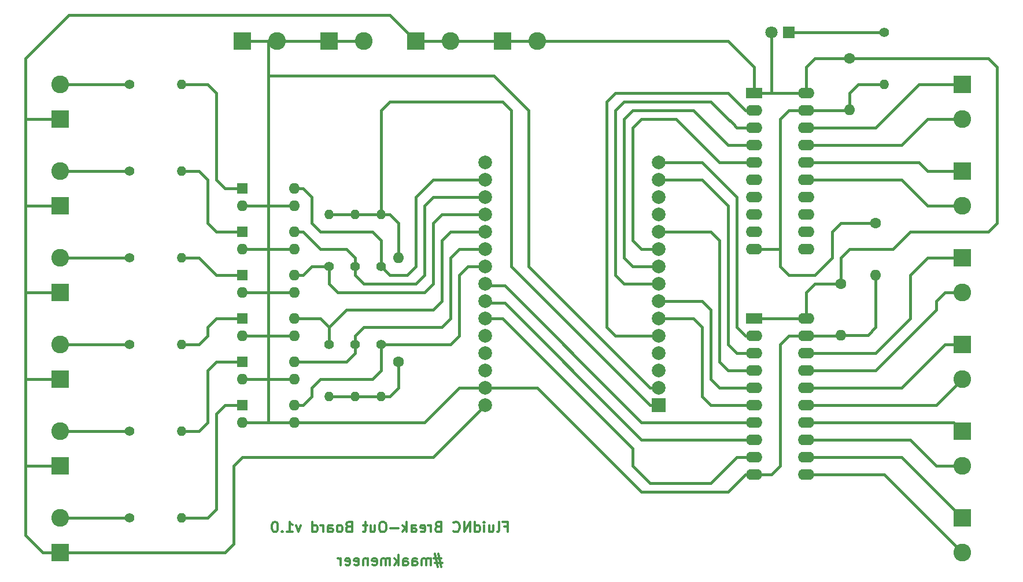
<source format=gbl>
G04 #@! TF.GenerationSoftware,KiCad,Pcbnew,7.0.1-3b83917a11~171~ubuntu20.04.1*
G04 #@! TF.CreationDate,2023-03-12T14:30:51+01:00*
G04 #@! TF.ProjectId,fluidnc-bob,666c7569-646e-4632-9d62-6f622e6b6963,rev?*
G04 #@! TF.SameCoordinates,Original*
G04 #@! TF.FileFunction,Copper,L2,Bot*
G04 #@! TF.FilePolarity,Positive*
%FSLAX46Y46*%
G04 Gerber Fmt 4.6, Leading zero omitted, Abs format (unit mm)*
G04 Created by KiCad (PCBNEW 7.0.1-3b83917a11~171~ubuntu20.04.1) date 2023-03-12 14:30:51*
%MOMM*%
%LPD*%
G01*
G04 APERTURE LIST*
%ADD10C,0.300000*%
G04 #@! TA.AperFunction,NonConductor*
%ADD11C,0.300000*%
G04 #@! TD*
G04 #@! TA.AperFunction,ComponentPad*
%ADD12O,1.600000X1.600000*%
G04 #@! TD*
G04 #@! TA.AperFunction,ComponentPad*
%ADD13C,1.600000*%
G04 #@! TD*
G04 #@! TA.AperFunction,ComponentPad*
%ADD14C,2.000000*%
G04 #@! TD*
G04 #@! TA.AperFunction,ComponentPad*
%ADD15R,2.000000X2.000000*%
G04 #@! TD*
G04 #@! TA.AperFunction,ComponentPad*
%ADD16C,2.600000*%
G04 #@! TD*
G04 #@! TA.AperFunction,ComponentPad*
%ADD17R,2.600000X2.600000*%
G04 #@! TD*
G04 #@! TA.AperFunction,ComponentPad*
%ADD18O,1.400000X1.400000*%
G04 #@! TD*
G04 #@! TA.AperFunction,ComponentPad*
%ADD19C,1.400000*%
G04 #@! TD*
G04 #@! TA.AperFunction,ComponentPad*
%ADD20R,2.400000X1.600000*%
G04 #@! TD*
G04 #@! TA.AperFunction,ComponentPad*
%ADD21O,2.400000X1.600000*%
G04 #@! TD*
G04 #@! TA.AperFunction,ComponentPad*
%ADD22C,1.800000*%
G04 #@! TD*
G04 #@! TA.AperFunction,ComponentPad*
%ADD23R,1.800000X1.800000*%
G04 #@! TD*
G04 #@! TA.AperFunction,ComponentPad*
%ADD24R,1.600000X1.600000*%
G04 #@! TD*
G04 #@! TA.AperFunction,Conductor*
%ADD25C,0.400000*%
G04 #@! TD*
G04 APERTURE END LIST*
D10*
D11*
X138634285Y-113048214D02*
X139134285Y-113048214D01*
X139134285Y-113833928D02*
X139134285Y-112333928D01*
X139134285Y-112333928D02*
X138419999Y-112333928D01*
X137634285Y-113833928D02*
X137777142Y-113762500D01*
X137777142Y-113762500D02*
X137848571Y-113619642D01*
X137848571Y-113619642D02*
X137848571Y-112333928D01*
X136420000Y-112833928D02*
X136420000Y-113833928D01*
X137062857Y-112833928D02*
X137062857Y-113619642D01*
X137062857Y-113619642D02*
X136991428Y-113762500D01*
X136991428Y-113762500D02*
X136848571Y-113833928D01*
X136848571Y-113833928D02*
X136634285Y-113833928D01*
X136634285Y-113833928D02*
X136491428Y-113762500D01*
X136491428Y-113762500D02*
X136420000Y-113691071D01*
X135705714Y-113833928D02*
X135705714Y-112833928D01*
X135705714Y-112333928D02*
X135777142Y-112405357D01*
X135777142Y-112405357D02*
X135705714Y-112476785D01*
X135705714Y-112476785D02*
X135634285Y-112405357D01*
X135634285Y-112405357D02*
X135705714Y-112333928D01*
X135705714Y-112333928D02*
X135705714Y-112476785D01*
X134348571Y-113833928D02*
X134348571Y-112333928D01*
X134348571Y-113762500D02*
X134491428Y-113833928D01*
X134491428Y-113833928D02*
X134777142Y-113833928D01*
X134777142Y-113833928D02*
X134919999Y-113762500D01*
X134919999Y-113762500D02*
X134991428Y-113691071D01*
X134991428Y-113691071D02*
X135062856Y-113548214D01*
X135062856Y-113548214D02*
X135062856Y-113119642D01*
X135062856Y-113119642D02*
X134991428Y-112976785D01*
X134991428Y-112976785D02*
X134919999Y-112905357D01*
X134919999Y-112905357D02*
X134777142Y-112833928D01*
X134777142Y-112833928D02*
X134491428Y-112833928D01*
X134491428Y-112833928D02*
X134348571Y-112905357D01*
X133634285Y-113833928D02*
X133634285Y-112333928D01*
X133634285Y-112333928D02*
X132777142Y-113833928D01*
X132777142Y-113833928D02*
X132777142Y-112333928D01*
X131205713Y-113691071D02*
X131277141Y-113762500D01*
X131277141Y-113762500D02*
X131491427Y-113833928D01*
X131491427Y-113833928D02*
X131634284Y-113833928D01*
X131634284Y-113833928D02*
X131848570Y-113762500D01*
X131848570Y-113762500D02*
X131991427Y-113619642D01*
X131991427Y-113619642D02*
X132062856Y-113476785D01*
X132062856Y-113476785D02*
X132134284Y-113191071D01*
X132134284Y-113191071D02*
X132134284Y-112976785D01*
X132134284Y-112976785D02*
X132062856Y-112691071D01*
X132062856Y-112691071D02*
X131991427Y-112548214D01*
X131991427Y-112548214D02*
X131848570Y-112405357D01*
X131848570Y-112405357D02*
X131634284Y-112333928D01*
X131634284Y-112333928D02*
X131491427Y-112333928D01*
X131491427Y-112333928D02*
X131277141Y-112405357D01*
X131277141Y-112405357D02*
X131205713Y-112476785D01*
X128919999Y-113048214D02*
X128705713Y-113119642D01*
X128705713Y-113119642D02*
X128634284Y-113191071D01*
X128634284Y-113191071D02*
X128562856Y-113333928D01*
X128562856Y-113333928D02*
X128562856Y-113548214D01*
X128562856Y-113548214D02*
X128634284Y-113691071D01*
X128634284Y-113691071D02*
X128705713Y-113762500D01*
X128705713Y-113762500D02*
X128848570Y-113833928D01*
X128848570Y-113833928D02*
X129419999Y-113833928D01*
X129419999Y-113833928D02*
X129419999Y-112333928D01*
X129419999Y-112333928D02*
X128919999Y-112333928D01*
X128919999Y-112333928D02*
X128777142Y-112405357D01*
X128777142Y-112405357D02*
X128705713Y-112476785D01*
X128705713Y-112476785D02*
X128634284Y-112619642D01*
X128634284Y-112619642D02*
X128634284Y-112762500D01*
X128634284Y-112762500D02*
X128705713Y-112905357D01*
X128705713Y-112905357D02*
X128777142Y-112976785D01*
X128777142Y-112976785D02*
X128919999Y-113048214D01*
X128919999Y-113048214D02*
X129419999Y-113048214D01*
X127919999Y-113833928D02*
X127919999Y-112833928D01*
X127919999Y-113119642D02*
X127848570Y-112976785D01*
X127848570Y-112976785D02*
X127777142Y-112905357D01*
X127777142Y-112905357D02*
X127634284Y-112833928D01*
X127634284Y-112833928D02*
X127491427Y-112833928D01*
X126419999Y-113762500D02*
X126562856Y-113833928D01*
X126562856Y-113833928D02*
X126848571Y-113833928D01*
X126848571Y-113833928D02*
X126991428Y-113762500D01*
X126991428Y-113762500D02*
X127062856Y-113619642D01*
X127062856Y-113619642D02*
X127062856Y-113048214D01*
X127062856Y-113048214D02*
X126991428Y-112905357D01*
X126991428Y-112905357D02*
X126848571Y-112833928D01*
X126848571Y-112833928D02*
X126562856Y-112833928D01*
X126562856Y-112833928D02*
X126419999Y-112905357D01*
X126419999Y-112905357D02*
X126348571Y-113048214D01*
X126348571Y-113048214D02*
X126348571Y-113191071D01*
X126348571Y-113191071D02*
X127062856Y-113333928D01*
X125062857Y-113833928D02*
X125062857Y-113048214D01*
X125062857Y-113048214D02*
X125134285Y-112905357D01*
X125134285Y-112905357D02*
X125277142Y-112833928D01*
X125277142Y-112833928D02*
X125562857Y-112833928D01*
X125562857Y-112833928D02*
X125705714Y-112905357D01*
X125062857Y-113762500D02*
X125205714Y-113833928D01*
X125205714Y-113833928D02*
X125562857Y-113833928D01*
X125562857Y-113833928D02*
X125705714Y-113762500D01*
X125705714Y-113762500D02*
X125777142Y-113619642D01*
X125777142Y-113619642D02*
X125777142Y-113476785D01*
X125777142Y-113476785D02*
X125705714Y-113333928D01*
X125705714Y-113333928D02*
X125562857Y-113262500D01*
X125562857Y-113262500D02*
X125205714Y-113262500D01*
X125205714Y-113262500D02*
X125062857Y-113191071D01*
X124348571Y-113833928D02*
X124348571Y-112333928D01*
X124205714Y-113262500D02*
X123777142Y-113833928D01*
X123777142Y-112833928D02*
X124348571Y-113405357D01*
X123134285Y-113262500D02*
X121991428Y-113262500D01*
X120991427Y-112333928D02*
X120705713Y-112333928D01*
X120705713Y-112333928D02*
X120562856Y-112405357D01*
X120562856Y-112405357D02*
X120419999Y-112548214D01*
X120419999Y-112548214D02*
X120348570Y-112833928D01*
X120348570Y-112833928D02*
X120348570Y-113333928D01*
X120348570Y-113333928D02*
X120419999Y-113619642D01*
X120419999Y-113619642D02*
X120562856Y-113762500D01*
X120562856Y-113762500D02*
X120705713Y-113833928D01*
X120705713Y-113833928D02*
X120991427Y-113833928D01*
X120991427Y-113833928D02*
X121134285Y-113762500D01*
X121134285Y-113762500D02*
X121277142Y-113619642D01*
X121277142Y-113619642D02*
X121348570Y-113333928D01*
X121348570Y-113333928D02*
X121348570Y-112833928D01*
X121348570Y-112833928D02*
X121277142Y-112548214D01*
X121277142Y-112548214D02*
X121134285Y-112405357D01*
X121134285Y-112405357D02*
X120991427Y-112333928D01*
X119062856Y-112833928D02*
X119062856Y-113833928D01*
X119705713Y-112833928D02*
X119705713Y-113619642D01*
X119705713Y-113619642D02*
X119634284Y-113762500D01*
X119634284Y-113762500D02*
X119491427Y-113833928D01*
X119491427Y-113833928D02*
X119277141Y-113833928D01*
X119277141Y-113833928D02*
X119134284Y-113762500D01*
X119134284Y-113762500D02*
X119062856Y-113691071D01*
X118562855Y-112833928D02*
X117991427Y-112833928D01*
X118348570Y-112333928D02*
X118348570Y-113619642D01*
X118348570Y-113619642D02*
X118277141Y-113762500D01*
X118277141Y-113762500D02*
X118134284Y-113833928D01*
X118134284Y-113833928D02*
X117991427Y-113833928D01*
X115848570Y-113048214D02*
X115634284Y-113119642D01*
X115634284Y-113119642D02*
X115562855Y-113191071D01*
X115562855Y-113191071D02*
X115491427Y-113333928D01*
X115491427Y-113333928D02*
X115491427Y-113548214D01*
X115491427Y-113548214D02*
X115562855Y-113691071D01*
X115562855Y-113691071D02*
X115634284Y-113762500D01*
X115634284Y-113762500D02*
X115777141Y-113833928D01*
X115777141Y-113833928D02*
X116348570Y-113833928D01*
X116348570Y-113833928D02*
X116348570Y-112333928D01*
X116348570Y-112333928D02*
X115848570Y-112333928D01*
X115848570Y-112333928D02*
X115705713Y-112405357D01*
X115705713Y-112405357D02*
X115634284Y-112476785D01*
X115634284Y-112476785D02*
X115562855Y-112619642D01*
X115562855Y-112619642D02*
X115562855Y-112762500D01*
X115562855Y-112762500D02*
X115634284Y-112905357D01*
X115634284Y-112905357D02*
X115705713Y-112976785D01*
X115705713Y-112976785D02*
X115848570Y-113048214D01*
X115848570Y-113048214D02*
X116348570Y-113048214D01*
X114634284Y-113833928D02*
X114777141Y-113762500D01*
X114777141Y-113762500D02*
X114848570Y-113691071D01*
X114848570Y-113691071D02*
X114919998Y-113548214D01*
X114919998Y-113548214D02*
X114919998Y-113119642D01*
X114919998Y-113119642D02*
X114848570Y-112976785D01*
X114848570Y-112976785D02*
X114777141Y-112905357D01*
X114777141Y-112905357D02*
X114634284Y-112833928D01*
X114634284Y-112833928D02*
X114419998Y-112833928D01*
X114419998Y-112833928D02*
X114277141Y-112905357D01*
X114277141Y-112905357D02*
X114205713Y-112976785D01*
X114205713Y-112976785D02*
X114134284Y-113119642D01*
X114134284Y-113119642D02*
X114134284Y-113548214D01*
X114134284Y-113548214D02*
X114205713Y-113691071D01*
X114205713Y-113691071D02*
X114277141Y-113762500D01*
X114277141Y-113762500D02*
X114419998Y-113833928D01*
X114419998Y-113833928D02*
X114634284Y-113833928D01*
X112848570Y-113833928D02*
X112848570Y-113048214D01*
X112848570Y-113048214D02*
X112919998Y-112905357D01*
X112919998Y-112905357D02*
X113062855Y-112833928D01*
X113062855Y-112833928D02*
X113348570Y-112833928D01*
X113348570Y-112833928D02*
X113491427Y-112905357D01*
X112848570Y-113762500D02*
X112991427Y-113833928D01*
X112991427Y-113833928D02*
X113348570Y-113833928D01*
X113348570Y-113833928D02*
X113491427Y-113762500D01*
X113491427Y-113762500D02*
X113562855Y-113619642D01*
X113562855Y-113619642D02*
X113562855Y-113476785D01*
X113562855Y-113476785D02*
X113491427Y-113333928D01*
X113491427Y-113333928D02*
X113348570Y-113262500D01*
X113348570Y-113262500D02*
X112991427Y-113262500D01*
X112991427Y-113262500D02*
X112848570Y-113191071D01*
X112134284Y-113833928D02*
X112134284Y-112833928D01*
X112134284Y-113119642D02*
X112062855Y-112976785D01*
X112062855Y-112976785D02*
X111991427Y-112905357D01*
X111991427Y-112905357D02*
X111848569Y-112833928D01*
X111848569Y-112833928D02*
X111705712Y-112833928D01*
X110562856Y-113833928D02*
X110562856Y-112333928D01*
X110562856Y-113762500D02*
X110705713Y-113833928D01*
X110705713Y-113833928D02*
X110991427Y-113833928D01*
X110991427Y-113833928D02*
X111134284Y-113762500D01*
X111134284Y-113762500D02*
X111205713Y-113691071D01*
X111205713Y-113691071D02*
X111277141Y-113548214D01*
X111277141Y-113548214D02*
X111277141Y-113119642D01*
X111277141Y-113119642D02*
X111205713Y-112976785D01*
X111205713Y-112976785D02*
X111134284Y-112905357D01*
X111134284Y-112905357D02*
X110991427Y-112833928D01*
X110991427Y-112833928D02*
X110705713Y-112833928D01*
X110705713Y-112833928D02*
X110562856Y-112905357D01*
X108848570Y-112833928D02*
X108491427Y-113833928D01*
X108491427Y-113833928D02*
X108134284Y-112833928D01*
X106777141Y-113833928D02*
X107634284Y-113833928D01*
X107205713Y-113833928D02*
X107205713Y-112333928D01*
X107205713Y-112333928D02*
X107348570Y-112548214D01*
X107348570Y-112548214D02*
X107491427Y-112691071D01*
X107491427Y-112691071D02*
X107634284Y-112762500D01*
X106134285Y-113691071D02*
X106062856Y-113762500D01*
X106062856Y-113762500D02*
X106134285Y-113833928D01*
X106134285Y-113833928D02*
X106205713Y-113762500D01*
X106205713Y-113762500D02*
X106134285Y-113691071D01*
X106134285Y-113691071D02*
X106134285Y-113833928D01*
X105134284Y-112333928D02*
X104991427Y-112333928D01*
X104991427Y-112333928D02*
X104848570Y-112405357D01*
X104848570Y-112405357D02*
X104777142Y-112476785D01*
X104777142Y-112476785D02*
X104705713Y-112619642D01*
X104705713Y-112619642D02*
X104634284Y-112905357D01*
X104634284Y-112905357D02*
X104634284Y-113262500D01*
X104634284Y-113262500D02*
X104705713Y-113548214D01*
X104705713Y-113548214D02*
X104777142Y-113691071D01*
X104777142Y-113691071D02*
X104848570Y-113762500D01*
X104848570Y-113762500D02*
X104991427Y-113833928D01*
X104991427Y-113833928D02*
X105134284Y-113833928D01*
X105134284Y-113833928D02*
X105277142Y-113762500D01*
X105277142Y-113762500D02*
X105348570Y-113691071D01*
X105348570Y-113691071D02*
X105419999Y-113548214D01*
X105419999Y-113548214D02*
X105491427Y-113262500D01*
X105491427Y-113262500D02*
X105491427Y-112905357D01*
X105491427Y-112905357D02*
X105419999Y-112619642D01*
X105419999Y-112619642D02*
X105348570Y-112476785D01*
X105348570Y-112476785D02*
X105277142Y-112405357D01*
X105277142Y-112405357D02*
X105134284Y-112333928D01*
X129419999Y-117693928D02*
X128348571Y-117693928D01*
X128991428Y-117051071D02*
X129419999Y-118979642D01*
X128491428Y-118336785D02*
X129562856Y-118336785D01*
X128919999Y-118979642D02*
X128491428Y-117051071D01*
X127848571Y-118693928D02*
X127848571Y-117693928D01*
X127848571Y-117836785D02*
X127777142Y-117765357D01*
X127777142Y-117765357D02*
X127634285Y-117693928D01*
X127634285Y-117693928D02*
X127419999Y-117693928D01*
X127419999Y-117693928D02*
X127277142Y-117765357D01*
X127277142Y-117765357D02*
X127205714Y-117908214D01*
X127205714Y-117908214D02*
X127205714Y-118693928D01*
X127205714Y-117908214D02*
X127134285Y-117765357D01*
X127134285Y-117765357D02*
X126991428Y-117693928D01*
X126991428Y-117693928D02*
X126777142Y-117693928D01*
X126777142Y-117693928D02*
X126634285Y-117765357D01*
X126634285Y-117765357D02*
X126562856Y-117908214D01*
X126562856Y-117908214D02*
X126562856Y-118693928D01*
X125205714Y-118693928D02*
X125205714Y-117908214D01*
X125205714Y-117908214D02*
X125277142Y-117765357D01*
X125277142Y-117765357D02*
X125419999Y-117693928D01*
X125419999Y-117693928D02*
X125705714Y-117693928D01*
X125705714Y-117693928D02*
X125848571Y-117765357D01*
X125205714Y-118622500D02*
X125348571Y-118693928D01*
X125348571Y-118693928D02*
X125705714Y-118693928D01*
X125705714Y-118693928D02*
X125848571Y-118622500D01*
X125848571Y-118622500D02*
X125919999Y-118479642D01*
X125919999Y-118479642D02*
X125919999Y-118336785D01*
X125919999Y-118336785D02*
X125848571Y-118193928D01*
X125848571Y-118193928D02*
X125705714Y-118122500D01*
X125705714Y-118122500D02*
X125348571Y-118122500D01*
X125348571Y-118122500D02*
X125205714Y-118051071D01*
X123848571Y-118693928D02*
X123848571Y-117908214D01*
X123848571Y-117908214D02*
X123919999Y-117765357D01*
X123919999Y-117765357D02*
X124062856Y-117693928D01*
X124062856Y-117693928D02*
X124348571Y-117693928D01*
X124348571Y-117693928D02*
X124491428Y-117765357D01*
X123848571Y-118622500D02*
X123991428Y-118693928D01*
X123991428Y-118693928D02*
X124348571Y-118693928D01*
X124348571Y-118693928D02*
X124491428Y-118622500D01*
X124491428Y-118622500D02*
X124562856Y-118479642D01*
X124562856Y-118479642D02*
X124562856Y-118336785D01*
X124562856Y-118336785D02*
X124491428Y-118193928D01*
X124491428Y-118193928D02*
X124348571Y-118122500D01*
X124348571Y-118122500D02*
X123991428Y-118122500D01*
X123991428Y-118122500D02*
X123848571Y-118051071D01*
X123134285Y-118693928D02*
X123134285Y-117193928D01*
X122991428Y-118122500D02*
X122562856Y-118693928D01*
X122562856Y-117693928D02*
X123134285Y-118265357D01*
X121919999Y-118693928D02*
X121919999Y-117693928D01*
X121919999Y-117836785D02*
X121848570Y-117765357D01*
X121848570Y-117765357D02*
X121705713Y-117693928D01*
X121705713Y-117693928D02*
X121491427Y-117693928D01*
X121491427Y-117693928D02*
X121348570Y-117765357D01*
X121348570Y-117765357D02*
X121277142Y-117908214D01*
X121277142Y-117908214D02*
X121277142Y-118693928D01*
X121277142Y-117908214D02*
X121205713Y-117765357D01*
X121205713Y-117765357D02*
X121062856Y-117693928D01*
X121062856Y-117693928D02*
X120848570Y-117693928D01*
X120848570Y-117693928D02*
X120705713Y-117765357D01*
X120705713Y-117765357D02*
X120634284Y-117908214D01*
X120634284Y-117908214D02*
X120634284Y-118693928D01*
X119348570Y-118622500D02*
X119491427Y-118693928D01*
X119491427Y-118693928D02*
X119777142Y-118693928D01*
X119777142Y-118693928D02*
X119919999Y-118622500D01*
X119919999Y-118622500D02*
X119991427Y-118479642D01*
X119991427Y-118479642D02*
X119991427Y-117908214D01*
X119991427Y-117908214D02*
X119919999Y-117765357D01*
X119919999Y-117765357D02*
X119777142Y-117693928D01*
X119777142Y-117693928D02*
X119491427Y-117693928D01*
X119491427Y-117693928D02*
X119348570Y-117765357D01*
X119348570Y-117765357D02*
X119277142Y-117908214D01*
X119277142Y-117908214D02*
X119277142Y-118051071D01*
X119277142Y-118051071D02*
X119991427Y-118193928D01*
X118634285Y-117693928D02*
X118634285Y-118693928D01*
X118634285Y-117836785D02*
X118562856Y-117765357D01*
X118562856Y-117765357D02*
X118419999Y-117693928D01*
X118419999Y-117693928D02*
X118205713Y-117693928D01*
X118205713Y-117693928D02*
X118062856Y-117765357D01*
X118062856Y-117765357D02*
X117991428Y-117908214D01*
X117991428Y-117908214D02*
X117991428Y-118693928D01*
X116705713Y-118622500D02*
X116848570Y-118693928D01*
X116848570Y-118693928D02*
X117134285Y-118693928D01*
X117134285Y-118693928D02*
X117277142Y-118622500D01*
X117277142Y-118622500D02*
X117348570Y-118479642D01*
X117348570Y-118479642D02*
X117348570Y-117908214D01*
X117348570Y-117908214D02*
X117277142Y-117765357D01*
X117277142Y-117765357D02*
X117134285Y-117693928D01*
X117134285Y-117693928D02*
X116848570Y-117693928D01*
X116848570Y-117693928D02*
X116705713Y-117765357D01*
X116705713Y-117765357D02*
X116634285Y-117908214D01*
X116634285Y-117908214D02*
X116634285Y-118051071D01*
X116634285Y-118051071D02*
X117348570Y-118193928D01*
X115419999Y-118622500D02*
X115562856Y-118693928D01*
X115562856Y-118693928D02*
X115848571Y-118693928D01*
X115848571Y-118693928D02*
X115991428Y-118622500D01*
X115991428Y-118622500D02*
X116062856Y-118479642D01*
X116062856Y-118479642D02*
X116062856Y-117908214D01*
X116062856Y-117908214D02*
X115991428Y-117765357D01*
X115991428Y-117765357D02*
X115848571Y-117693928D01*
X115848571Y-117693928D02*
X115562856Y-117693928D01*
X115562856Y-117693928D02*
X115419999Y-117765357D01*
X115419999Y-117765357D02*
X115348571Y-117908214D01*
X115348571Y-117908214D02*
X115348571Y-118051071D01*
X115348571Y-118051071D02*
X116062856Y-118193928D01*
X114705714Y-118693928D02*
X114705714Y-117693928D01*
X114705714Y-117979642D02*
X114634285Y-117836785D01*
X114634285Y-117836785D02*
X114562857Y-117765357D01*
X114562857Y-117765357D02*
X114419999Y-117693928D01*
X114419999Y-117693928D02*
X114277142Y-117693928D01*
D12*
X123190000Y-73660000D03*
D13*
X123190000Y-88900000D03*
D14*
X135890000Y-59690000D03*
X135890000Y-62230000D03*
X135890000Y-64770000D03*
X135890000Y-67310000D03*
X135890000Y-69850000D03*
X135890000Y-72390000D03*
X135890000Y-74930000D03*
X135890000Y-77470000D03*
X135890000Y-80010000D03*
X135890000Y-82550000D03*
X135890000Y-85090000D03*
X135890000Y-87630000D03*
X135890000Y-90170000D03*
X135890000Y-92710000D03*
X135890000Y-95250000D03*
X161290000Y-59690000D03*
X161290000Y-62230000D03*
X161290000Y-64770000D03*
X161290000Y-67310000D03*
X161290000Y-69850000D03*
X161290000Y-72390000D03*
X161290000Y-74930000D03*
X161290000Y-77470000D03*
X161290000Y-80010000D03*
X161290000Y-82550000D03*
X161290000Y-85090000D03*
X161290000Y-87630000D03*
X161290000Y-90170000D03*
X161290000Y-92710000D03*
D15*
X161290000Y-95250000D03*
D16*
X143510000Y-41910000D03*
D17*
X138430000Y-41910000D03*
D16*
X130810000Y-41910000D03*
D17*
X125730000Y-41910000D03*
D16*
X105410000Y-41910000D03*
D17*
X100330000Y-41910000D03*
D16*
X118110000Y-41910000D03*
D17*
X113030000Y-41910000D03*
D12*
X193040000Y-76200000D03*
D13*
X193040000Y-68580000D03*
D18*
X116840000Y-93980000D03*
D19*
X116840000Y-86360000D03*
D18*
X194310000Y-48260000D03*
D19*
X194310000Y-40640000D03*
D18*
X113030000Y-67310000D03*
D19*
X113030000Y-74930000D03*
D18*
X113030000Y-93980000D03*
D19*
X113030000Y-86360000D03*
D18*
X120650000Y-93980000D03*
D19*
X120650000Y-86360000D03*
D18*
X116840000Y-67310000D03*
D19*
X116840000Y-74930000D03*
D18*
X120650000Y-67310000D03*
D19*
X120650000Y-74930000D03*
D18*
X91440000Y-73660000D03*
D19*
X83820000Y-73660000D03*
D18*
X91440000Y-86360000D03*
D19*
X83820000Y-86360000D03*
D18*
X91440000Y-111760000D03*
D19*
X83820000Y-111760000D03*
D18*
X91440000Y-99060000D03*
D19*
X83820000Y-99060000D03*
D18*
X91440000Y-60960000D03*
D19*
X83820000Y-60960000D03*
D18*
X91440000Y-48260000D03*
D19*
X83820000Y-48260000D03*
D16*
X205740000Y-66040000D03*
D17*
X205740000Y-60960000D03*
D16*
X205740000Y-53340000D03*
D17*
X205740000Y-48260000D03*
D16*
X205740000Y-116840000D03*
D17*
X205740000Y-111760000D03*
D16*
X205740000Y-104140000D03*
D17*
X205740000Y-99060000D03*
D16*
X205740000Y-91440000D03*
D17*
X205740000Y-86360000D03*
D16*
X205740000Y-78740000D03*
D17*
X205740000Y-73660000D03*
D16*
X73660000Y-73660000D03*
D17*
X73660000Y-78740000D03*
D16*
X73660000Y-86360000D03*
D17*
X73660000Y-91440000D03*
D16*
X73660000Y-111760000D03*
D17*
X73660000Y-116840000D03*
D16*
X73660000Y-99060000D03*
D17*
X73660000Y-104140000D03*
D16*
X73660000Y-60960000D03*
D17*
X73660000Y-66040000D03*
D16*
X73660000Y-48260000D03*
D17*
X73660000Y-53340000D03*
D20*
X175260000Y-49530000D03*
D21*
X182880000Y-72390000D03*
X175260000Y-52070000D03*
X182880000Y-69850000D03*
X175260000Y-54610000D03*
X182880000Y-67310000D03*
X175260000Y-57150000D03*
X182880000Y-64770000D03*
X175260000Y-59690000D03*
X182880000Y-62230000D03*
X175260000Y-62230000D03*
X182880000Y-59690000D03*
X175260000Y-64770000D03*
X182880000Y-57150000D03*
X175260000Y-67310000D03*
X182880000Y-54610000D03*
X175260000Y-69850000D03*
X182880000Y-52070000D03*
X175260000Y-72390000D03*
X182880000Y-49530000D03*
X182880000Y-82550000D03*
X175260000Y-105410000D03*
X182880000Y-85090000D03*
X175260000Y-102870000D03*
X182880000Y-87630000D03*
X175260000Y-100330000D03*
X182880000Y-90170000D03*
X175260000Y-97790000D03*
X182880000Y-92710000D03*
X175260000Y-95250000D03*
X182880000Y-95250000D03*
X175260000Y-92710000D03*
X182880000Y-97790000D03*
X175260000Y-90170000D03*
X182880000Y-100330000D03*
X175260000Y-87630000D03*
X182880000Y-102870000D03*
X175260000Y-85090000D03*
X182880000Y-105410000D03*
D20*
X175260000Y-82550000D03*
D22*
X177800000Y-40640000D03*
D23*
X180340000Y-40640000D03*
D12*
X189230000Y-51950000D03*
D13*
X189230000Y-44450000D03*
D12*
X187960000Y-84970000D03*
D13*
X187960000Y-77470000D03*
D12*
X107950000Y-76200000D03*
X100330000Y-78740000D03*
X107950000Y-78740000D03*
D24*
X100330000Y-76200000D03*
D12*
X107950000Y-82550000D03*
X100330000Y-85090000D03*
X107950000Y-85090000D03*
D24*
X100330000Y-82550000D03*
D12*
X107950000Y-95250000D03*
X100330000Y-97790000D03*
X107950000Y-97790000D03*
D24*
X100330000Y-95250000D03*
D12*
X107950000Y-88900000D03*
X100330000Y-91440000D03*
X107950000Y-91440000D03*
D24*
X100330000Y-88900000D03*
D12*
X107950000Y-69850000D03*
X100330000Y-72390000D03*
X107950000Y-72390000D03*
D24*
X100330000Y-69850000D03*
D12*
X107950000Y-63500000D03*
X100330000Y-66040000D03*
X107950000Y-66040000D03*
D24*
X100330000Y-63500000D03*
D25*
X173990000Y-102870000D02*
X175260000Y-102870000D01*
X170180000Y-105410000D02*
X172720000Y-102870000D01*
X157480000Y-104140000D02*
X158750000Y-105410000D01*
X157480000Y-101600000D02*
X157480000Y-104140000D01*
X138430000Y-82550000D02*
X157480000Y-101600000D01*
X135890000Y-82550000D02*
X138430000Y-82550000D01*
X172720000Y-102870000D02*
X175260000Y-102870000D01*
X158750000Y-105410000D02*
X160020000Y-106680000D01*
X160020000Y-106680000D02*
X168910000Y-106680000D01*
X168910000Y-106680000D02*
X170180000Y-105410000D01*
X170180000Y-105410000D02*
X171450000Y-104140000D01*
X135890000Y-80285000D02*
X138155000Y-80285000D01*
X138155000Y-80285000D02*
X138705000Y-80285000D01*
X138705000Y-80285000D02*
X157480000Y-99060000D01*
X173810000Y-100330000D02*
X175260000Y-100330000D01*
X167640000Y-100330000D02*
X175260000Y-100330000D01*
X138705000Y-77745000D02*
X157480000Y-96520000D01*
X135890000Y-77745000D02*
X138705000Y-77745000D01*
X157480000Y-96520000D02*
X158750000Y-97790000D01*
X167640000Y-100330000D02*
X168910000Y-100330000D01*
X157480000Y-99060000D02*
X158750000Y-100330000D01*
X158750000Y-100330000D02*
X168910000Y-100330000D01*
X173990000Y-97790000D02*
X175260000Y-97790000D01*
X167640000Y-97790000D02*
X175260000Y-97790000D01*
X167640000Y-97790000D02*
X170180000Y-97790000D01*
X158750000Y-97790000D02*
X167640000Y-97790000D01*
X171450000Y-86360000D02*
X171450000Y-66040000D01*
X172720000Y-87630000D02*
X171450000Y-86360000D01*
X175260000Y-87630000D02*
X172720000Y-87630000D01*
X161290000Y-62230000D02*
X167640000Y-62230000D01*
X167640000Y-62230000D02*
X171450000Y-66040000D01*
X171450000Y-90170000D02*
X175260000Y-90170000D01*
X170180000Y-88900000D02*
X171450000Y-90170000D01*
X170180000Y-71120000D02*
X170180000Y-88900000D01*
X168910000Y-69850000D02*
X170180000Y-71120000D01*
X161290000Y-69850000D02*
X168910000Y-69850000D01*
X170180000Y-59690000D02*
X175260000Y-59690000D01*
X168910000Y-58420000D02*
X170180000Y-59690000D01*
X161290000Y-72390000D02*
X158750000Y-72390000D01*
X158750000Y-72390000D02*
X157480000Y-71120000D01*
X157480000Y-71120000D02*
X157480000Y-54610000D01*
X157480000Y-54610000D02*
X158750000Y-53340000D01*
X158750000Y-53340000D02*
X163830000Y-53340000D01*
X163830000Y-53340000D02*
X168910000Y-58420000D01*
X109220000Y-95250000D02*
X107950000Y-95250000D01*
X110490000Y-93980000D02*
X109220000Y-95250000D01*
X110490000Y-92710000D02*
X110490000Y-93980000D01*
X120650000Y-86360000D02*
X120650000Y-88900000D01*
X123190000Y-86360000D02*
X120650000Y-86360000D01*
X130810000Y-86360000D02*
X123190000Y-86360000D01*
X132080000Y-85090000D02*
X130810000Y-86360000D01*
X120650000Y-88900000D02*
X120650000Y-90170000D01*
X120650000Y-90170000D02*
X119380000Y-91440000D01*
X111760000Y-91440000D02*
X110490000Y-92710000D01*
X119380000Y-91440000D02*
X111760000Y-91440000D01*
X135890000Y-74930000D02*
X133350000Y-74930000D01*
X133350000Y-74930000D02*
X132080000Y-76200000D01*
X132080000Y-76200000D02*
X132080000Y-85090000D01*
X107950000Y-88900000D02*
X115570000Y-88900000D01*
X116840000Y-87630000D02*
X116840000Y-86360000D01*
X115570000Y-88900000D02*
X116840000Y-87630000D01*
X129540000Y-83820000D02*
X118110000Y-83820000D01*
X116840000Y-85090000D02*
X116840000Y-86360000D01*
X118110000Y-83820000D02*
X116840000Y-85090000D01*
X130810000Y-82550000D02*
X129540000Y-83820000D01*
X135890000Y-72390000D02*
X132080000Y-72390000D01*
X132080000Y-72390000D02*
X130810000Y-73660000D01*
X130810000Y-73660000D02*
X130810000Y-82550000D01*
X107950000Y-76200000D02*
X109220000Y-76200000D01*
X109220000Y-76200000D02*
X110490000Y-74930000D01*
X110490000Y-74930000D02*
X113030000Y-74930000D01*
X127000000Y-78740000D02*
X115570000Y-78740000D01*
X128270000Y-77470000D02*
X127000000Y-78740000D01*
X113030000Y-77470000D02*
X113030000Y-74930000D01*
X114300000Y-78740000D02*
X113030000Y-77470000D01*
X115570000Y-78740000D02*
X114300000Y-78740000D01*
X135890000Y-67310000D02*
X129540000Y-67310000D01*
X129540000Y-67310000D02*
X128270000Y-68580000D01*
X128270000Y-68580000D02*
X128270000Y-77470000D01*
X107950000Y-82550000D02*
X111760000Y-82550000D01*
X113030000Y-83820000D02*
X113030000Y-86360000D01*
X111760000Y-82550000D02*
X113030000Y-83820000D01*
X115570000Y-81280000D02*
X113030000Y-83820000D01*
X123190000Y-81280000D02*
X115570000Y-81280000D01*
X129540000Y-80010000D02*
X128270000Y-81280000D01*
X128270000Y-81280000D02*
X124460000Y-81280000D01*
X123190000Y-81280000D02*
X124460000Y-81280000D01*
X135890000Y-69850000D02*
X130810000Y-69850000D01*
X130810000Y-69850000D02*
X129540000Y-71120000D01*
X129540000Y-71120000D02*
X129540000Y-80010000D01*
X107950000Y-69850000D02*
X109220000Y-69850000D01*
X109220000Y-69850000D02*
X110490000Y-71120000D01*
X116840000Y-76200000D02*
X116840000Y-74930000D01*
X118110000Y-77470000D02*
X116840000Y-76200000D01*
X124460000Y-77470000D02*
X118110000Y-77470000D01*
X127000000Y-76200000D02*
X125730000Y-77470000D01*
X125730000Y-77470000D02*
X124460000Y-77470000D01*
X110490000Y-71120000D02*
X111760000Y-72390000D01*
X111760000Y-72390000D02*
X115570000Y-72390000D01*
X115570000Y-72390000D02*
X116840000Y-73660000D01*
X116840000Y-73660000D02*
X116840000Y-74930000D01*
X135890000Y-64770000D02*
X128270000Y-64770000D01*
X128270000Y-64770000D02*
X127000000Y-66040000D01*
X127000000Y-66040000D02*
X127000000Y-76200000D01*
X107950000Y-63500000D02*
X109220000Y-63500000D01*
X109220000Y-63500000D02*
X110490000Y-64770000D01*
X120650000Y-72390000D02*
X120650000Y-74930000D01*
X110490000Y-64770000D02*
X110490000Y-68580000D01*
X110490000Y-68580000D02*
X111760000Y-69850000D01*
X111760000Y-69850000D02*
X119380000Y-69850000D01*
X120650000Y-71120000D02*
X120650000Y-74930000D01*
X119380000Y-69850000D02*
X120650000Y-71120000D01*
X120650000Y-74930000D02*
X121920000Y-76200000D01*
X121920000Y-76200000D02*
X124460000Y-76200000D01*
X124460000Y-76200000D02*
X125730000Y-74930000D01*
X135890000Y-62230000D02*
X128270000Y-62230000D01*
X125730000Y-64770000D02*
X125730000Y-74930000D01*
X128270000Y-62230000D02*
X125730000Y-64770000D01*
X100330000Y-97790000D02*
X107950000Y-97790000D01*
X104140000Y-66040000D02*
X104140000Y-72390000D01*
X104140000Y-72390000D02*
X107950000Y-72390000D01*
X100330000Y-72390000D02*
X104140000Y-72390000D01*
X100330000Y-66040000D02*
X104140000Y-66040000D01*
X104140000Y-66040000D02*
X107950000Y-66040000D01*
X104140000Y-78740000D02*
X104140000Y-72390000D01*
X100330000Y-78740000D02*
X104140000Y-78740000D01*
X104140000Y-78740000D02*
X107950000Y-78740000D01*
X104140000Y-78740000D02*
X104140000Y-85090000D01*
X104140000Y-85090000D02*
X107950000Y-85090000D01*
X100330000Y-85090000D02*
X104140000Y-85090000D01*
X104140000Y-85090000D02*
X104140000Y-91440000D01*
X104140000Y-91440000D02*
X107950000Y-91440000D01*
X100330000Y-91440000D02*
X104140000Y-91440000D01*
X104140000Y-91440000D02*
X104140000Y-97790000D01*
X180340000Y-85090000D02*
X182880000Y-85090000D01*
X179070000Y-86360000D02*
X180340000Y-85090000D01*
X179070000Y-104140000D02*
X179070000Y-86360000D01*
X177800000Y-105410000D02*
X179070000Y-104140000D01*
X175260000Y-105410000D02*
X177800000Y-105410000D01*
X187840000Y-85090000D02*
X187960000Y-84970000D01*
X182880000Y-85090000D02*
X187840000Y-85090000D01*
X189110000Y-52070000D02*
X189230000Y-51950000D01*
X182880000Y-52070000D02*
X189110000Y-52070000D01*
X194310000Y-48260000D02*
X190500000Y-48260000D01*
X189230000Y-49530000D02*
X189230000Y-51950000D01*
X190500000Y-48260000D02*
X189230000Y-49530000D01*
X187960000Y-84970000D02*
X191890000Y-84970000D01*
X193040000Y-83820000D02*
X193040000Y-76200000D01*
X191890000Y-84970000D02*
X193040000Y-83820000D01*
X175260000Y-72390000D02*
X179070000Y-72390000D01*
X179070000Y-72390000D02*
X179070000Y-74930000D01*
X179070000Y-74930000D02*
X180340000Y-76200000D01*
X187960000Y-68580000D02*
X193040000Y-68580000D01*
X186690000Y-69850000D02*
X187960000Y-68580000D01*
X179070000Y-53340000D02*
X179070000Y-72390000D01*
X180340000Y-52070000D02*
X179070000Y-53340000D01*
X182880000Y-52070000D02*
X180340000Y-52070000D01*
X180340000Y-76200000D02*
X184150000Y-76200000D01*
X184150000Y-76200000D02*
X186690000Y-73660000D01*
X186690000Y-73660000D02*
X186690000Y-69850000D01*
X104140000Y-48260000D02*
X104140000Y-66040000D01*
X142240000Y-52070000D02*
X137160000Y-46990000D01*
X142240000Y-73660000D02*
X142240000Y-52070000D01*
X105410000Y-41910000D02*
X113030000Y-41910000D01*
X113030000Y-41910000D02*
X118110000Y-41910000D01*
X104140000Y-48260000D02*
X104140000Y-41910000D01*
X104140000Y-41910000D02*
X105410000Y-41910000D01*
X100330000Y-41910000D02*
X104140000Y-41910000D01*
X137160000Y-46990000D02*
X104140000Y-46990000D01*
X100330000Y-63500000D02*
X97790000Y-63500000D01*
X97790000Y-63500000D02*
X96520000Y-62230000D01*
X96520000Y-62230000D02*
X96520000Y-49530000D01*
X95250000Y-48260000D02*
X91440000Y-48260000D01*
X96520000Y-49530000D02*
X95250000Y-48260000D01*
X91440000Y-60960000D02*
X93980000Y-60960000D01*
X93980000Y-60960000D02*
X95250000Y-62230000D01*
X95250000Y-62230000D02*
X95250000Y-68580000D01*
X95250000Y-68580000D02*
X96520000Y-69850000D01*
X96520000Y-69850000D02*
X100330000Y-69850000D01*
X96520000Y-88900000D02*
X100330000Y-88900000D01*
X95250000Y-97790000D02*
X95250000Y-90170000D01*
X93980000Y-99060000D02*
X95250000Y-97790000D01*
X95250000Y-90170000D02*
X96520000Y-88900000D01*
X91440000Y-99060000D02*
X93980000Y-99060000D01*
X91440000Y-111760000D02*
X93980000Y-111760000D01*
X100330000Y-95250000D02*
X97790000Y-95250000D01*
X97790000Y-95250000D02*
X96520000Y-96520000D01*
X96520000Y-96520000D02*
X96520000Y-110490000D01*
X96520000Y-110490000D02*
X95250000Y-111760000D01*
X95250000Y-111760000D02*
X92710000Y-111760000D01*
X96520000Y-82550000D02*
X100330000Y-82550000D01*
X95250000Y-83820000D02*
X96520000Y-82550000D01*
X95250000Y-85090000D02*
X95250000Y-83820000D01*
X93980000Y-86360000D02*
X95250000Y-85090000D01*
X91440000Y-86360000D02*
X93980000Y-86360000D01*
X96520000Y-76200000D02*
X100330000Y-76200000D01*
X93980000Y-73660000D02*
X96520000Y-76200000D01*
X91440000Y-73660000D02*
X93980000Y-73660000D01*
X68580000Y-114300000D02*
X71120000Y-116840000D01*
X71120000Y-116840000D02*
X73660000Y-116840000D01*
X68580000Y-104140000D02*
X73660000Y-104140000D01*
X68580000Y-104140000D02*
X68580000Y-114300000D01*
X68580000Y-91440000D02*
X73660000Y-91440000D01*
X68580000Y-91440000D02*
X68580000Y-104140000D01*
X68580000Y-78740000D02*
X73660000Y-78740000D01*
X68580000Y-78740000D02*
X68580000Y-91440000D01*
X68580000Y-66040000D02*
X73660000Y-66040000D01*
X68580000Y-66040000D02*
X68580000Y-78740000D01*
X182880000Y-82550000D02*
X179070000Y-82550000D01*
X179070000Y-49530000D02*
X182880000Y-49530000D01*
X107950000Y-97790000D02*
X127000000Y-97790000D01*
X127000000Y-97790000D02*
X132080000Y-92710000D01*
X132080000Y-92710000D02*
X135890000Y-92710000D01*
X142240000Y-73660000D02*
X142240000Y-74930000D01*
X142240000Y-74930000D02*
X160020000Y-92710000D01*
X160020000Y-92710000D02*
X161290000Y-92710000D01*
X135890000Y-92710000D02*
X143510000Y-92710000D01*
X143510000Y-92710000D02*
X158750000Y-107950000D01*
X158750000Y-107950000D02*
X171450000Y-107950000D01*
X171450000Y-107950000D02*
X173990000Y-105410000D01*
X173990000Y-105410000D02*
X175260000Y-105410000D01*
X179070000Y-82550000D02*
X176530000Y-82550000D01*
X176530000Y-82550000D02*
X175260000Y-82550000D01*
X182880000Y-82550000D02*
X182880000Y-78740000D01*
X184150000Y-77470000D02*
X187960000Y-77470000D01*
X182880000Y-78740000D02*
X184150000Y-77470000D01*
X187960000Y-73660000D02*
X189230000Y-72390000D01*
X187960000Y-77470000D02*
X187960000Y-73660000D01*
X184150000Y-44450000D02*
X189230000Y-44450000D01*
X182880000Y-45720000D02*
X184150000Y-44450000D01*
X182880000Y-49530000D02*
X182880000Y-45720000D01*
X177800000Y-44450000D02*
X177800000Y-40640000D01*
X68580000Y-55880000D02*
X68580000Y-66040000D01*
X68580000Y-53340000D02*
X68580000Y-55880000D01*
X73660000Y-53340000D02*
X68580000Y-53340000D01*
X177800000Y-44450000D02*
X177800000Y-49530000D01*
X177800000Y-49530000D02*
X179070000Y-49530000D01*
X175260000Y-49530000D02*
X177800000Y-49530000D01*
X73660000Y-116840000D02*
X78740000Y-116840000D01*
X78740000Y-116840000D02*
X74930000Y-116840000D01*
X189230000Y-72390000D02*
X195580000Y-72390000D01*
X195580000Y-72390000D02*
X198120000Y-69850000D01*
X198120000Y-69850000D02*
X208280000Y-69850000D01*
X189230000Y-44450000D02*
X209550000Y-44450000D01*
X209550000Y-44450000D02*
X210820000Y-45720000D01*
X210820000Y-45720000D02*
X210820000Y-67310000D01*
X210820000Y-67310000D02*
X210820000Y-68580000D01*
X210820000Y-68580000D02*
X209550000Y-69850000D01*
X209550000Y-69850000D02*
X208280000Y-69850000D01*
X68580000Y-44450000D02*
X68580000Y-53340000D01*
X74930000Y-38100000D02*
X72390000Y-40640000D01*
X121920000Y-38100000D02*
X74930000Y-38100000D01*
X72390000Y-40640000D02*
X71120000Y-41910000D01*
X125730000Y-41910000D02*
X121920000Y-38100000D01*
X71120000Y-41910000D02*
X68580000Y-44450000D01*
X125730000Y-41910000D02*
X130810000Y-41910000D01*
X130810000Y-41910000D02*
X138430000Y-41910000D01*
X138430000Y-41910000D02*
X143510000Y-41910000D01*
X143510000Y-41910000D02*
X171450000Y-41910000D01*
X171450000Y-41910000D02*
X175260000Y-45720000D01*
X175260000Y-45720000D02*
X175260000Y-49530000D01*
X128270000Y-102870000D02*
X135890000Y-95250000D01*
X100330000Y-102870000D02*
X128270000Y-102870000D01*
X99060000Y-104140000D02*
X100330000Y-102870000D01*
X99060000Y-115570000D02*
X99060000Y-104140000D01*
X97790000Y-116840000D02*
X99060000Y-115570000D01*
X78740000Y-116840000D02*
X97790000Y-116840000D01*
X180340000Y-40640000D02*
X194310000Y-40640000D01*
X73660000Y-48260000D02*
X83820000Y-48260000D01*
X73660000Y-60960000D02*
X83820000Y-60960000D01*
X73660000Y-99060000D02*
X75498477Y-99060000D01*
X73660000Y-99060000D02*
X83820000Y-99060000D01*
X73660000Y-111760000D02*
X83820000Y-111760000D01*
X73660000Y-86360000D02*
X83820000Y-86360000D01*
X73660000Y-73660000D02*
X83820000Y-73660000D01*
X113030000Y-93980000D02*
X116840000Y-93980000D01*
X116840000Y-93980000D02*
X120650000Y-93980000D01*
X113030000Y-67310000D02*
X116840000Y-67310000D01*
X120650000Y-67310000D02*
X116840000Y-67310000D01*
X120650000Y-67310000D02*
X121920000Y-67310000D01*
X123190000Y-68580000D02*
X123190000Y-73660000D01*
X121920000Y-67310000D02*
X123190000Y-68580000D01*
X120650000Y-93980000D02*
X121920000Y-93980000D01*
X123190000Y-92710000D02*
X123190000Y-88900000D01*
X121920000Y-93980000D02*
X123190000Y-92710000D01*
X139700000Y-73660000D02*
X139700000Y-52070000D01*
X139700000Y-52070000D02*
X138430000Y-50800000D01*
X138430000Y-50800000D02*
X121920000Y-50800000D01*
X121920000Y-50800000D02*
X120650000Y-52070000D01*
X120650000Y-52070000D02*
X120650000Y-67310000D01*
X139700000Y-73660000D02*
X139700000Y-74930000D01*
X160020000Y-95250000D02*
X161290000Y-95250000D01*
X139700000Y-74930000D02*
X160020000Y-95250000D01*
X175260000Y-85090000D02*
X173990000Y-85090000D01*
X173990000Y-85090000D02*
X172720000Y-83820000D01*
X172720000Y-83820000D02*
X172720000Y-64770000D01*
X161290000Y-59690000D02*
X167640000Y-59690000D01*
X167640000Y-59690000D02*
X172720000Y-64770000D01*
X171450000Y-57150000D02*
X175260000Y-57150000D01*
X170180000Y-55880000D02*
X171450000Y-57150000D01*
X161290000Y-74930000D02*
X157480000Y-74930000D01*
X157480000Y-74930000D02*
X156210000Y-73660000D01*
X156210000Y-73660000D02*
X156210000Y-53340000D01*
X156210000Y-53340000D02*
X157480000Y-52070000D01*
X166370000Y-52070000D02*
X170180000Y-55880000D01*
X157480000Y-52070000D02*
X166370000Y-52070000D01*
X172720000Y-54610000D02*
X175260000Y-54610000D01*
X171186392Y-53076392D02*
X172085000Y-53975000D01*
X172085000Y-53975000D02*
X172720000Y-54610000D01*
X171450000Y-53340000D02*
X172085000Y-53975000D01*
X161290000Y-77470000D02*
X156210000Y-77470000D01*
X156210000Y-77470000D02*
X154940000Y-76200000D01*
X154940000Y-76200000D02*
X154940000Y-52070000D01*
X154940000Y-52070000D02*
X156210000Y-50800000D01*
X156210000Y-50800000D02*
X168910000Y-50800000D01*
X168910000Y-50800000D02*
X171450000Y-53340000D01*
X170180000Y-92710000D02*
X175260000Y-92710000D01*
X168910000Y-91440000D02*
X170180000Y-92710000D01*
X161290000Y-80010000D02*
X167640000Y-80010000D01*
X167640000Y-80010000D02*
X168910000Y-81280000D01*
X168910000Y-81280000D02*
X168910000Y-91440000D01*
X168910000Y-95250000D02*
X167640000Y-93980000D01*
X175260000Y-95250000D02*
X168910000Y-95250000D01*
X161290000Y-82550000D02*
X166370000Y-82550000D01*
X166370000Y-82550000D02*
X167640000Y-83820000D01*
X167640000Y-83820000D02*
X167640000Y-93980000D01*
X173990000Y-52070000D02*
X172720000Y-50800000D01*
X175260000Y-52070000D02*
X173990000Y-52070000D01*
X171450000Y-49530000D02*
X172720000Y-50800000D01*
X153670000Y-50800000D02*
X154940000Y-49530000D01*
X153670000Y-83820000D02*
X153670000Y-50800000D01*
X154940000Y-49530000D02*
X171450000Y-49530000D01*
X154940000Y-85090000D02*
X153670000Y-83820000D01*
X161290000Y-85090000D02*
X154940000Y-85090000D01*
X182880000Y-87630000D02*
X193040000Y-87630000D01*
X193040000Y-87630000D02*
X198120000Y-82550000D01*
X198120000Y-82550000D02*
X198120000Y-76200000D01*
X200660000Y-73660000D02*
X205740000Y-73660000D01*
X198120000Y-76200000D02*
X200660000Y-73660000D01*
X182880000Y-90170000D02*
X193040000Y-90170000D01*
X193040000Y-90170000D02*
X201930000Y-81280000D01*
X201930000Y-81280000D02*
X201930000Y-80010000D01*
X203200000Y-78740000D02*
X205740000Y-78740000D01*
X201930000Y-80010000D02*
X203200000Y-78740000D01*
X199390000Y-90170000D02*
X203200000Y-86360000D01*
X182880000Y-92710000D02*
X196850000Y-92710000D01*
X203200000Y-86360000D02*
X205740000Y-86360000D01*
X196850000Y-92710000D02*
X203200000Y-86360000D01*
X204470000Y-92710000D02*
X205740000Y-91440000D01*
X182880000Y-95250000D02*
X199390000Y-95250000D01*
X201930000Y-95250000D02*
X205740000Y-91440000D01*
X199390000Y-95250000D02*
X201930000Y-95250000D01*
X204470000Y-97790000D02*
X205740000Y-99060000D01*
X182880000Y-97790000D02*
X204470000Y-97790000D01*
X204470000Y-104140000D02*
X205740000Y-104140000D01*
X182880000Y-100330000D02*
X198120000Y-100330000D01*
X198120000Y-100330000D02*
X201930000Y-104140000D01*
X201930000Y-104140000D02*
X205740000Y-104140000D01*
X182880000Y-102870000D02*
X184150000Y-102870000D01*
X182880000Y-102870000D02*
X194310000Y-102870000D01*
X196850000Y-102870000D02*
X205740000Y-111760000D01*
X194310000Y-102870000D02*
X196850000Y-102870000D01*
X182880000Y-105410000D02*
X191770000Y-105410000D01*
X191770000Y-105410000D02*
X194310000Y-105410000D01*
X194310000Y-105410000D02*
X205740000Y-116840000D01*
X199390000Y-48260000D02*
X205740000Y-48260000D01*
X193040000Y-54610000D02*
X199390000Y-48260000D01*
X182880000Y-54610000D02*
X193040000Y-54610000D01*
X200660000Y-53340000D02*
X205740000Y-53340000D01*
X196850000Y-57150000D02*
X200660000Y-53340000D01*
X182880000Y-57150000D02*
X196850000Y-57150000D01*
X200660000Y-60960000D02*
X205740000Y-60960000D01*
X182880000Y-59690000D02*
X196850000Y-59690000D01*
X196850000Y-59690000D02*
X199390000Y-59690000D01*
X199390000Y-59690000D02*
X200660000Y-60960000D01*
X201930000Y-66040000D02*
X205740000Y-66040000D01*
X182880000Y-62230000D02*
X195580000Y-62230000D01*
X195580000Y-62230000D02*
X196850000Y-62230000D01*
X200660000Y-66040000D02*
X201930000Y-66040000D01*
X196850000Y-62230000D02*
X200660000Y-66040000D01*
M02*

</source>
